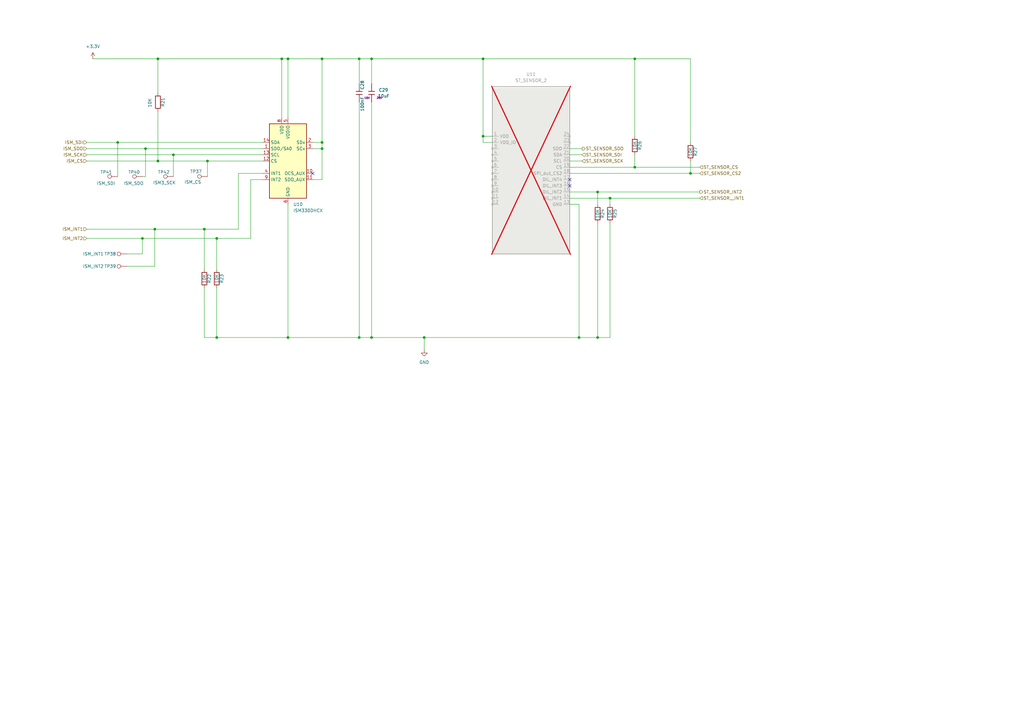
<source format=kicad_sch>
(kicad_sch (version 20250114) (generator "eeschema") (generator_version "9.0")
  (paper "A3")
  (lib_symbols
    (symbol "Connector:TestPoint" (pin_numbers (hide yes)) (pin_names (offset 0.762) (hide yes))
      (property "Reference" "TP" (at 0 6.858 0))
      (property "Value" "TestPoint" (at 0 5.08 0))
      (symbol "TestPoint_0_1"
        (circle (center 0 3.302) (radius 0.762))
      )
      (symbol "TestPoint_1_1"
        (pin passive line (at 0 0 90) (length 2.54) (name "1") (number "1"))
      )
    )
    (symbol "dnt_global:0402,100nF, 16V" (pin_numbers (hide yes)) (pin_names (offset 0))
      (property "Reference" "C" (at 2.032 1.668 0))
      (property "Value" "100nF" (at 2.032 -0.3782 0))
      (property "Voltage Rated" "16V" (at 2.032 -2.0462 0))
      (symbol "0402,100nF, 16V_0_1"
        (polyline (pts (xy -1.27 0.635) (xy 1.27 0.635)) (stroke (width 0.254)))
        (polyline (pts (xy -1.27 -0.635) (xy 1.27 -0.635)) (stroke (width 0.254)))
      )
      (symbol "0402,100nF, 16V_1_1"
        (pin passive line (at 0 3.81 270) (length 3.175) (name "~") (number "1"))
        (pin passive line (at 0 -3.81 90) (length 3.175) (name "~") (number "2"))
      )
    )
    (symbol "dnt_global:0402,10kΩ" (pin_numbers (hide yes)) (pin_names (offset 0))
      (property "Reference" "R" (at 1.778 0 0))
      (property "Value" "10kΩ" (at 0 0 90))
      (symbol "0402,10kΩ_0_1"
        (rectangle (start -1.016 2.54) (end 1.016 -2.54) (stroke (width 0.254)))
      )
      (symbol "0402,10kΩ_1_1"
        (pin passive line (at 0 3.81 270) (length 1.27) (name "~") (number "1"))
        (pin passive line (at 0 -3.81 90) (length 1.27) (name "~") (number "2"))
      )
    )
    (symbol "dnt_global:0603,10uF,_25V" (pin_numbers (hide yes)) (pin_names (offset 0))
      (property "Reference" "C" (at 2.032 1.668 0))
      (property "Value" "10uF" (at 2.032 -0.3782 0))
      (property "Voltage Rated" "25V" (at 2.032 -2.0462 0))
      (symbol "0603,10uF,_25V_0_1"
        (polyline (pts (xy -1.27 0.635) (xy 1.27 0.635)) (stroke (width 0.254)))
        (polyline (pts (xy -1.27 -0.635) (xy 1.27 -0.635)) (stroke (width 0.254)))
      )
      (symbol "0603,10uF,_25V_1_1"
        (pin passive line (at 0 3.81 270) (length 3.175) (name "~") (number "1"))
        (pin passive line (at 0 -3.81 90) (length 3.175) (name "~") (number "2"))
      )
    )
    (symbol "dnt_global:ISM330DHCX"
      (property "Reference" "U" (at 5.842 -16.51 0))
      (property "Value" "ISM330DHCX" (at 5.842 -18.542 0))
      (symbol "ISM330DHCX_0_1"
        (rectangle (start -7.62 15.24) (end 7.62 -15.24) (stroke (width 0.254)) (fill (type background)))
      )
      (symbol "ISM330DHCX_1_1"
        (pin bidirectional line (at -10.16 7.62 0) (length 2.54) (name "SDA") (number "14"))
        (pin output line (at -10.16 5.08 0) (length 2.54) (name "SDO/SA0") (number "1"))
        (pin input line (at -10.16 2.54 0) (length 2.54) (name "SCL") (number "13"))
        (pin input line (at -10.16 0 0) (length 2.54) (name "CS") (number "12"))
        (pin output line (at -10.16 -5.08 0) (length 2.54) (name "INT1") (number "4"))
        (pin output line (at -10.16 -7.62 0) (length 2.54) (name "INT2") (number "9"))
        (pin power_in line (at -2.54 17.78 270) (length 2.54) (name "VDD") (number "8"))
        (pin power_in line (at 0 17.78 270) (length 2.54) (name "VDDIO") (number "5"))
        (pin power_in line (at 0 -17.78 90) (length 2.54) (name "GND") (number "6"))
        (pin passive line (at 0 -17.78 90) (length 2.54) (hide yes) (name "GND") (number "7"))
        (pin bidirectional line (at 10.16 7.62 180) (length 2.54) (name "SDx") (number "2"))
        (pin input line (at 10.16 5.08 180) (length 2.54) (name "SCx") (number "3"))
        (pin passive line (at 10.16 -5.08 180) (length 2.54) (name "OCS_AUX") (number "10"))
        (pin passive line (at 10.16 -7.62 180) (length 2.54) (name "SDO_AUX") (number "11"))
      )
    )
    (symbol "dnt_global:ST_SENSOR_2"
      (property "Reference" "U4" (at -8.255 12.7 0))
      (property "Value" "ST_SENSOR_2" (at -8.255 10.16 0))
      (symbol "ST_SENSOR_2_1_1"
        (rectangle (start -24.13 7.62) (end 7.62 -60.96) (stroke (width 0.254)) (fill (type background)))
        (pin power_in line (at -24.13 -12.7 0) (length 2.54) (name "VDD") (number "1"))
        (pin power_in line (at -24.13 -15.24 0) (length 2.54) (name "VDD_IO") (number "2"))
        (pin no_connect line (at -24.13 -17.78 0) (length 2.54) (name "") (number "3"))
        (pin no_connect line (at -24.13 -20.32 0) (length 2.54) (name "") (number "4"))
        (pin no_connect line (at -24.13 -22.86 0) (length 2.54) (name "") (number "5"))
        (pin no_connect line (at -24.13 -25.4 0) (length 2.54) (name "") (number "6"))
        (pin no_connect line (at -24.13 -27.94 0) (length 2.54) (name "") (number "7"))
        (pin no_connect line (at -24.13 -30.48 0) (length 2.54) (name "") (number "8"))
        (pin no_connect line (at -24.13 -33.02 0) (length 2.54) (name "") (number "9"))
        (pin no_connect line (at -24.13 -35.56 0) (length 2.54) (name "") (number "10"))
        (pin no_connect line (at -24.13 -38.1 0) (length 2.54) (name "") (number "11"))
        (pin no_connect line (at -24.13 -40.64 0) (length 2.54) (name "") (number "12"))
        (pin no_connect line (at 7.62 -12.7 180) (length 2.54) (name "") (number "24"))
        (pin no_connect line (at 7.62 -15.24 180) (length 2.54) (name "") (number "23"))
        (pin output line (at 7.62 -17.78 180) (length 2.54) (name "SDO") (number "22"))
        (pin input line (at 7.62 -20.32 180) (length 2.54) (name "SDA") (number "21"))
        (pin input line (at 7.62 -22.86 180) (length 2.54) (name "SCL") (number "20"))
        (pin input line (at 7.62 -25.4 180) (length 2.54) (name "CS") (number "19"))
        (pin input line (at 7.62 -27.94 180) (length 2.54) (name "SPI_dut_CS2") (number "18"))
        (pin output line (at 7.62 -30.48 180) (length 2.54) (name "DIL_INT4") (number "17"))
        (pin output line (at 7.62 -33.02 180) (length 2.54) (name "DIL_INT3") (number "16"))
        (pin output line (at 7.62 -35.56 180) (length 2.54) (name "DIL_INT2") (number "15"))
        (pin output line (at 7.62 -38.1 180) (length 2.54) (name "DIL_INT1") (number "14"))
        (pin power_in line (at 7.62 -40.64 180) (length 2.54) (name "GND") (number "13"))
      )
    )
    (symbol "power:+3.3V" (power) (pin_numbers (hide yes)) (pin_names (offset 0) (hide yes))
      (property "Value" "+3.3V" (at 0 3.556 0))
      (symbol "+3.3V_0_1"
        (polyline (pts (xy -0.762 1.27) (xy 0 2.54)))
        (polyline (pts (xy 0 2.54) (xy 0.762 1.27)))
        (polyline (pts (xy 0 0) (xy 0 2.54)))
      )
      (symbol "+3.3V_1_1"
        (pin power_in line (at 0 0 90) (length 0) (name "~") (number "1"))
      )
    )
    (symbol "power:GND" (power) (pin_numbers (hide yes)) (pin_names (offset 0) (hide yes))
      (property "Value" "GND" (at 0 -3.81 0))
      (symbol "GND_0_1"
        (polyline (pts (xy 0 0) (xy 0 -1.27) (xy 1.27 -1.27) (xy 0 -2.54) (xy -1.27 -1.27) (xy 0 -1.27)))
      )
      (symbol "GND_1_1"
        (pin power_in line (at 0 0 270) (length 0) (name "~") (number "1"))
      )
    )
  )
  (junction (at 132.08 58.42))
  (junction (at 147.32 138.43))
  (junction (at 245.11 138.43))
  (junction (at 260.35 68.58))
  (junction (at 71.12 63.5))
  (junction (at 118.11 138.43))
  (junction (at 245.11 78.74))
  (junction (at 58.42 97.79))
  (junction (at 48.26 58.42))
  (junction (at 237.49 138.43))
  (junction (at 132.08 24.13))
  (junction (at 115.57 24.13))
  (junction (at 85.09 66.04))
  (junction (at 283.21 71.12))
  (junction (at 173.99 138.43))
  (junction (at 88.9 97.79))
  (junction (at 260.35 24.13))
  (junction (at 63.5 93.98))
  (junction (at 132.08 60.96))
  (junction (at 198.12 55.88))
  (junction (at 64.77 24.13))
  (junction (at 250.19 81.28))
  (junction (at 152.4 24.13))
  (junction (at 198.12 24.13))
  (junction (at 83.82 93.98))
  (junction (at 152.4 138.43))
  (junction (at 147.32 24.13))
  (junction (at 64.77 66.04))
  (junction (at 59.69 60.96))
  (junction (at 118.11 24.13))
  (junction (at 88.9 138.43))
  (no_connect (at 233.68 76.2))
  (no_connect (at 128.27 71.12))
  (no_connect (at 233.68 73.66))
  (wire (pts (xy 64.77 45.72) (xy 64.77 66.04)))
  (wire (pts (xy 115.57 24.13) (xy 115.57 48.26)))
  (wire (pts (xy 132.08 24.13) (xy 147.32 24.13)))
  (wire (pts (xy 260.35 24.13) (xy 283.21 24.13)))
  (wire (pts (xy 64.77 24.13) (xy 115.57 24.13)))
  (wire (pts (xy 102.87 73.66) (xy 102.87 97.79)))
  (wire (pts (xy 128.27 58.42) (xy 132.08 58.42)))
  (wire (pts (xy 97.79 71.12) (xy 97.79 93.98)))
  (wire (pts (xy 198.12 55.88) (xy 201.93 55.88)))
  (wire (pts (xy 52.07 109.22) (xy 63.5 109.22)))
  (wire (pts (xy 107.95 73.66) (xy 102.87 73.66)))
  (wire (pts (xy 102.87 97.79) (xy 88.9 97.79)))
  (wire (pts (xy 35.56 58.42) (xy 48.26 58.42)))
  (wire (pts (xy 118.11 24.13) (xy 118.11 48.26)))
  (wire (pts (xy 147.32 24.13) (xy 147.32 34.29)))
  (wire (pts (xy 83.82 93.98) (xy 83.82 110.49)))
  (wire (pts (xy 59.69 72.39) (xy 59.69 60.96)))
  (wire (pts (xy 245.11 78.74) (xy 245.11 83.82)))
  (wire (pts (xy 59.69 60.96) (xy 107.95 60.96)))
  (wire (pts (xy 132.08 60.96) (xy 132.08 58.42)))
  (wire (pts (xy 63.5 109.22) (xy 63.5 93.98)))
  (wire (pts (xy 38.1 24.13) (xy 64.77 24.13)))
  (wire (pts (xy 283.21 58.42) (xy 283.21 24.13)))
  (wire (pts (xy 63.5 93.98) (xy 35.56 93.98)))
  (wire (pts (xy 250.19 91.44) (xy 250.19 138.43)))
  (wire (pts (xy 88.9 97.79) (xy 58.42 97.79)))
  (wire (pts (xy 64.77 66.04) (xy 85.09 66.04)))
  (wire (pts (xy 88.9 97.79) (xy 88.9 110.49)))
  (wire (pts (xy 152.4 138.43) (xy 173.99 138.43)))
  (wire (pts (xy 58.42 72.39) (xy 59.69 72.39)))
  (wire (pts (xy 107.95 71.12) (xy 97.79 71.12)))
  (wire (pts (xy 237.49 83.82) (xy 237.49 138.43)))
  (wire (pts (xy 250.19 81.28) (xy 250.19 83.82)))
  (wire (pts (xy 198.12 58.42) (xy 201.93 58.42)))
  (wire (pts (xy 152.4 24.13) (xy 152.4 34.29)))
  (wire (pts (xy 233.68 63.5) (xy 238.76 63.5)))
  (wire (pts (xy 198.12 24.13) (xy 260.35 24.13)))
  (wire (pts (xy 245.11 91.44) (xy 245.11 138.43)))
  (wire (pts (xy 237.49 138.43) (xy 245.11 138.43)))
  (wire (pts (xy 198.12 55.88) (xy 198.12 58.42)))
  (wire (pts (xy 85.09 66.04) (xy 85.09 72.39)))
  (wire (pts (xy 128.27 60.96) (xy 132.08 60.96)))
  (wire (pts (xy 128.27 73.66) (xy 132.08 73.66)))
  (wire (pts (xy 233.68 78.74) (xy 245.11 78.74)))
  (wire (pts (xy 283.21 71.12) (xy 287.02 71.12)))
  (wire (pts (xy 283.21 66.04) (xy 283.21 71.12)))
  (wire (pts (xy 233.68 68.58) (xy 260.35 68.58)))
  (wire (pts (xy 115.57 24.13) (xy 118.11 24.13)))
  (wire (pts (xy 58.42 104.14) (xy 58.42 97.79)))
  (wire (pts (xy 147.32 138.43) (xy 152.4 138.43)))
  (wire (pts (xy 173.99 138.43) (xy 173.99 143.51)))
  (wire (pts (xy 147.32 24.13) (xy 152.4 24.13)))
  (wire (pts (xy 233.68 71.12) (xy 283.21 71.12)))
  (wire (pts (xy 88.9 138.43) (xy 88.9 118.11)))
  (wire (pts (xy 88.9 138.43) (xy 118.11 138.43)))
  (wire (pts (xy 71.12 63.5) (xy 107.95 63.5)))
  (wire (pts (xy 245.11 78.74) (xy 287.02 78.74)))
  (wire (pts (xy 118.11 24.13) (xy 132.08 24.13)))
  (wire (pts (xy 35.56 66.04) (xy 64.77 66.04)))
  (wire (pts (xy 260.35 63.5) (xy 260.35 68.58)))
  (wire (pts (xy 35.56 60.96) (xy 59.69 60.96)))
  (wire (pts (xy 147.32 41.91) (xy 147.32 138.43)))
  (wire (pts (xy 237.49 83.82) (xy 233.68 83.82)))
  (wire (pts (xy 52.07 104.14) (xy 58.42 104.14)))
  (wire (pts (xy 48.26 58.42) (xy 107.95 58.42)))
  (wire (pts (xy 83.82 93.98) (xy 63.5 93.98)))
  (wire (pts (xy 71.12 63.5) (xy 71.12 72.39)))
  (wire (pts (xy 58.42 97.79) (xy 35.56 97.79)))
  (wire (pts (xy 118.11 138.43) (xy 147.32 138.43)))
  (wire (pts (xy 64.77 24.13) (xy 64.77 38.1)))
  (wire (pts (xy 97.79 93.98) (xy 83.82 93.98)))
  (wire (pts (xy 83.82 118.11) (xy 83.82 138.43)))
  (wire (pts (xy 83.82 138.43) (xy 88.9 138.43)))
  (wire (pts (xy 260.35 68.58) (xy 287.02 68.58)))
  (wire (pts (xy 35.56 63.5) (xy 71.12 63.5)))
  (wire (pts (xy 48.26 58.42) (xy 48.26 72.39)))
  (wire (pts (xy 233.68 81.28) (xy 250.19 81.28)))
  (wire (pts (xy 198.12 24.13) (xy 198.12 55.88)))
  (wire (pts (xy 250.19 81.28) (xy 287.02 81.28)))
  (wire (pts (xy 245.11 138.43) (xy 250.19 138.43)))
  (wire (pts (xy 132.08 58.42) (xy 132.08 24.13)))
  (wire (pts (xy 173.99 138.43) (xy 237.49 138.43)))
  (wire (pts (xy 233.68 66.04) (xy 238.76 66.04)))
  (wire (pts (xy 233.68 60.96) (xy 238.76 60.96)))
  (wire (pts (xy 85.09 66.04) (xy 107.95 66.04)))
  (wire (pts (xy 118.11 83.82) (xy 118.11 138.43)))
  (wire (pts (xy 132.08 73.66) (xy 132.08 60.96)))
  (wire (pts (xy 152.4 24.13) (xy 198.12 24.13)))
  (wire (pts (xy 152.4 41.91) (xy 152.4 138.43)))
  (wire (pts (xy 260.35 55.88) (xy 260.35 24.13)))
  (hierarchical_label "ISM_SDO" (shape input) (at 35.56 60.96 180))
  (hierarchical_label "ISM_INT1" (shape input) (at 35.56 93.98 180))
  (hierarchical_label "ST_SENSOR_CS" (shape input) (at 287.02 68.58 0))
  (hierarchical_label "ISM_SCK" (shape input) (at 35.56 63.5 180))
  (hierarchical_label "ST_SENSOR_CS2" (shape input) (at 287.02 71.12 0))
  (hierarchical_label "ISM_INT2" (shape input) (at 35.56 97.79 180))
  (hierarchical_label "ST_SENSOR_INT2" (shape output) (at 287.02 78.74 0))
  (hierarchical_label "ST_SENSOR_SDI" (shape input) (at 238.76 63.5 0))
  (hierarchical_label "ST_SENSOR__INT1" (shape input) (at 287.02 81.28 0))
  (hierarchical_label "ISM_SDI" (shape input) (at 35.56 58.42 180))
  (hierarchical_label "ST_SENSOR_SDO" (shape output) (at 238.76 60.96 0))
  (hierarchical_label "ISM_CS" (shape input) (at 35.56 66.04 180))
  (hierarchical_label "ST_SENSOR_SCK" (shape input) (at 238.76 66.04 0))
  (symbol (lib_id "dnt_global:0402,10kΩ") (at 88.9 114.3 0) (mirror x) (unit 1)
    (property "Reference" "R23" (at 90.932 114.3 90))
    (property "Value" "10K" (at 88.9 114.3 90))
    (property "Footprint" "dnt:R_0402_1005Metric" (effects (hide yes)))
    (property "Datasheet" "https://www.lcsc.com/datasheet/lcsc_datasheet_2411221126_UNI-ROYAL-Uniroyal-Elec-0402WGF1002TCE_C25744.pdf" (effects (hide yes)))
    (property "Description" "62.5mW Thick Film Resistors 50V ±100ppm/°C ±1% 10kΩ 0402 Chip Resistor - Surface Mount ROHS" (effects (hide yes)))
    (property "Manufacturer" "UNI-ROYAL(Uniroyal Elec)" (effects (hide yes)))
    (property "LCSC" "C25744" (effects (hide yes)))
    (property "Stock" "24372091" (effects (hide yes)))
    (property "Price" "0.004USD" (effects (hide yes)))
    (property "Process" "SMT" (effects (hide yes)))
    (property "Minimum Qty" "20" (effects (hide yes)))
    (property "Attrition Qty" "10" (effects (hide yes)))
    (property "Class" "Basic Component" (effects (hide yes)))
    (property "Category" "Resistors,Chip Resistor - Surface Mount" (effects (hide yes)))
    (property "Part" "0402WGF1002TCE" (effects (hide yes)))
    (property "Resistance" "10kΩ" (effects (hide yes)))
    (property "Power(Watts)" "62.5mW" (effects (hide yes)))
    (property "Type" "Thick Film Resistors" (effects (hide yes)))
    (property "Overload Voltage (Max)" "50V" (effects (hide yes)))
    (property "Operating Temperature Range" "-55°C~+155°C" (effects (hide yes)))
    (property "Tolerance" "±1%" (effects (hide yes)))
    (property "Temperature Coefficient" "±100ppm/°C" (effects (hide yes)))
  )
  (symbol (lib_id "Connector:TestPoint") (at 52.07 109.22 90) (unit 1) (in_bom no)
    (property "Reference" "TP39" (at 47.625 109.22 90) (effects (justify left)))
    (property "Value" "ISM_INT2" (at 42.545 109.22 90) (effects (justify left)))
    (property "Footprint" "dnt:TestPoint_Pad_D1.0mm FP .6R" (effects (hide yes)))
    (property "Description" "test point" (effects (hide yes)))
  )
  (symbol (lib_id "dnt_global:0402,10kΩ") (at 83.82 114.3 0) (mirror x) (unit 1)
    (property "Reference" "R22" (at 85.852 114.3 90))
    (property "Value" "10K" (at 83.82 114.3 90))
    (property "Footprint" "dnt:R_0402_1005Metric" (effects (hide yes)))
    (property "Datasheet" "https://www.lcsc.com/datasheet/lcsc_datasheet_2411221126_UNI-ROYAL-Uniroyal-Elec-0402WGF1002TCE_C25744.pdf" (effects (hide yes)))
    (property "Description" "62.5mW Thick Film Resistors 50V ±100ppm/°C ±1% 10kΩ 0402 Chip Resistor - Surface Mount ROHS" (effects (hide yes)))
    (property "Manufacturer" "UNI-ROYAL(Uniroyal Elec)" (effects (hide yes)))
    (property "LCSC" "C25744" (effects (hide yes)))
    (property "Stock" "24372091" (effects (hide yes)))
    (property "Price" "0.004USD" (effects (hide yes)))
    (property "Process" "SMT" (effects (hide yes)))
    (property "Minimum Qty" "20" (effects (hide yes)))
    (property "Attrition Qty" "10" (effects (hide yes)))
    (property "Class" "Basic Component" (effects (hide yes)))
    (property "Category" "Resistors,Chip Resistor - Surface Mount" (effects (hide yes)))
    (property "Part" "0402WGF1002TCE" (effects (hide yes)))
    (property "Resistance" "10kΩ" (effects (hide yes)))
    (property "Power(Watts)" "62.5mW" (effects (hide yes)))
    (property "Type" "Thick Film Resistors" (effects (hide yes)))
    (property "Overload Voltage (Max)" "50V" (effects (hide yes)))
    (property "Operating Temperature Range" "-55°C~+155°C" (effects (hide yes)))
    (property "Tolerance" "±1%" (effects (hide yes)))
    (property "Temperature Coefficient" "±100ppm/°C" (effects (hide yes)))
  )
  (symbol (lib_id "dnt_global:0402,10kΩ") (at 64.77 41.91 0) (mirror x) (unit 1)
    (property "Reference" "R21" (at 66.802 41.91 90))
    (property "Value" "10K" (at 61.468 42.164 90))
    (property "Footprint" "dnt:R_0402_1005Metric" (effects (hide yes)))
    (property "Datasheet" "https://www.lcsc.com/datasheet/lcsc_datasheet_2411221126_UNI-ROYAL-Uniroyal-Elec-0402WGF1002TCE_C25744.pdf" (effects (hide yes)))
    (property "Description" "62.5mW Thick Film Resistors 50V ±100ppm/°C ±1% 10kΩ 0402 Chip Resistor - Surface Mount ROHS" (effects (hide yes)))
    (property "Manufacturer" "UNI-ROYAL(Uniroyal Elec)" (effects (hide yes)))
    (property "LCSC" "C25744" (effects (hide yes)))
    (property "Stock" "24372091" (effects (hide yes)))
    (property "Price" "0.004USD" (effects (hide yes)))
    (property "Process" "SMT" (effects (hide yes)))
    (property "Minimum Qty" "20" (effects (hide yes)))
    (property "Attrition Qty" "10" (effects (hide yes)))
    (property "Class" "Basic Component" (effects (hide yes)))
    (property "Category" "Resistors,Chip Resistor - Surface Mount" (effects (hide yes)))
    (property "Part" "0402WGF1002TCE" (effects (hide yes)))
    (property "Resistance" "10kΩ" (effects (hide yes)))
    (property "Power(Watts)" "62.5mW" (effects (hide yes)))
    (property "Type" "Thick Film Resistors" (effects (hide yes)))
    (property "Overload Voltage (Max)" "50V" (effects (hide yes)))
    (property "Operating Temperature Range" "-55°C~+155°C" (effects (hide yes)))
    (property "Tolerance" "±1%" (effects (hide yes)))
    (property "Temperature Coefficient" "±100ppm/°C" (effects (hide yes)))
  )
  (symbol (lib_id "dnt_global:0402,10kΩ") (at 250.19 87.63 0) (mirror x) (unit 1)
    (property "Reference" "R25" (at 252.222 87.63 90))
    (property "Value" "10K" (at 250.19 87.63 90))
    (property "Footprint" "dnt:R_0402_1005Metric" (effects (hide yes)))
    (property "Datasheet" "https://www.lcsc.com/datasheet/lcsc_datasheet_2411221126_UNI-ROYAL-Uniroyal-Elec-0402WGF1002TCE_C25744.pdf" (effects (hide yes)))
    (property "Description" "62.5mW Thick Film Resistors 50V ±100ppm/°C ±1% 10kΩ 0402 Chip Resistor - Surface Mount ROHS" (effects (hide yes)))
    (property "Manufacturer" "UNI-ROYAL(Uniroyal Elec)" (effects (hide yes)))
    (property "LCSC" "C25744" (effects (hide yes)))
    (property "Stock" "24372091" (effects (hide yes)))
    (property "Price" "0.004USD" (effects (hide yes)))
    (property "Process" "SMT" (effects (hide yes)))
    (property "Minimum Qty" "20" (effects (hide yes)))
    (property "Attrition Qty" "10" (effects (hide yes)))
    (property "Class" "Basic Component" (effects (hide yes)))
    (property "Category" "Resistors,Chip Resistor - Surface Mount" (effects (hide yes)))
    (property "Part" "0402WGF1002TCE" (effects (hide yes)))
    (property "Resistance" "10kΩ" (effects (hide yes)))
    (property "Power(Watts)" "62.5mW" (effects (hide yes)))
    (property "Type" "Thick Film Resistors" (effects (hide yes)))
    (property "Overload Voltage (Max)" "50V" (effects (hide yes)))
    (property "Operating Temperature Range" "-55°C~+155°C" (effects (hide yes)))
    (property "Tolerance" "±1%" (effects (hide yes)))
    (property "Temperature Coefficient" "±100ppm/°C" (effects (hide yes)))
  )
  (symbol (lib_id "power:+3.3V") (at 38.1 24.13 0) (unit 1)
    (property "Reference" "#PWR045" (effects (hide yes)))
    (property "Value" "+3.3V" (at 38.1 19.05 0))
    (property "Description" "Power symbol creates a global label with name \"+3.3V\"" (effects (hide yes)))
  )
  (symbol (lib_id "dnt_global:ISM330DHCX") (at 118.11 66.04 0) (unit 1)
    (property "Reference" "U10" (at 120.2533 83.82 0) (effects (justify left)))
    (property "Value" "ISM330DHCX" (at 120.2533 86.36 0) (effects (justify left)))
    (property "Footprint" "Package_LGA:LGA-14_3x2.5mm_P0.5mm_LayoutBorder3x4y" (effects (hide yes)))
    (property "Datasheet" "https://www.st.com/resource/en/datasheet/ism330dhcx.pdf" (effects (hide yes)))
    (property "Description" "iNEMO inertial module with embedded Machine Learning Core: always-on 3D accelerometer and 3D gyroscope with digital output for industrial applications, LGA-14" (effects (hide yes)))
    (property "LCSC" " C2655101" (effects (hide yes)))
    (property "JLCPCB Rotation Offset" "180" (effects (hide yes)))
  )
  (symbol (lib_id "power:GND") (at 173.99 143.51 0) (unit 1)
    (property "Reference" "#PWR046" (effects (hide yes)))
    (property "Value" "GND" (at 173.99 148.59 0))
    (property "Description" "Power symbol creates a global label with name \"GND\" , ground" (effects (hide yes)))
  )
  (symbol (lib_id "dnt_global:ST_SENSOR_2") (at 226.06 43.18 0) (unit 1) (dnp yes)
    (property "Reference" "U11" (at 217.805 30.48 0))
    (property "Value" "ST_SENSOR_2" (at 217.805 33.02 0))
    (property "Footprint" "dnt:DIP-24_W15.24mm_Socket- nox" (effects (hide yes)))
    (property "Description" "Socket for STEVAL boards" (effects (hide yes)))
  )
  (symbol (lib_id "dnt_global:0603,10uF,_25V") (at 152.4 38.1 0) (unit 1)
    (property "Reference" "C29" (at 155.321 36.9316 0) (effects (justify left)))
    (property "Value" "10uF" (at 154.94 39.37 0) (effects (justify left)))
    (property "Footprint" "dnt:C_0603_1608Metric" (effects (hide yes)))
    (property "Datasheet" "https://www.lcsc.com/datasheet/lcsc_datasheet_2304140030_Samsung-Electro-Mechanics-CL10A106MA8NRNC_C96446.pdf" (effects (hide yes)))
    (property "Description" "25V 10uF X5R ±20% 0603 Multilayer Ceramic Capacitors MLCC - SMD/SMT ROHS" (effects (hide yes)))
    (property "LCSC" "C96446" (effects (hide yes)))
    (property "Stock" "3388297" (effects (hide yes)))
    (property "Price" "0.021USD" (effects (hide yes)))
    (property "Process" "SMT" (effects (hide yes)))
    (property "Minimum Qty" "20" (effects (hide yes)))
    (property "Attrition Qty" "8" (effects (hide yes)))
    (property "Class" "Basic Component" (effects (hide yes)))
    (property "Category" "Capacitors,Multilayer Ceramic Capacitors MLCC - SMD/SMT" (effects (hide yes)))
    (property "Manufacturer" "Samsung Electro-Mechanics" (effects (hide yes)))
    (property "Part" "CL10A106MA8NRNC" (effects (hide yes)))
    (property "Voltage Rated" "25V" (at 154.432 40.1462 0) (effects (font (size 0.8 0.8)) (justify left)))
    (property "Tolerance" "±20%" (effects (hide yes)))
    (property "Capacitance" "10uF" (effects (hide yes)))
    (property "Temperature Coefficient" "X5R" (effects (hide yes)))
  )
  (symbol (lib_id "dnt_global:0402,10kΩ") (at 245.11 87.63 0) (mirror x) (unit 1)
    (property "Reference" "R24" (at 247.142 87.63 90))
    (property "Value" "10K" (at 245.11 87.63 90))
    (property "Footprint" "dnt:R_0402_1005Metric" (effects (hide yes)))
    (property "Datasheet" "https://www.lcsc.com/datasheet/lcsc_datasheet_2411221126_UNI-ROYAL-Uniroyal-Elec-0402WGF1002TCE_C25744.pdf" (effects (hide yes)))
    (property "Description" "62.5mW Thick Film Resistors 50V ±100ppm/°C ±1% 10kΩ 0402 Chip Resistor - Surface Mount ROHS" (effects (hide yes)))
    (property "Manufacturer" "UNI-ROYAL(Uniroyal Elec)" (effects (hide yes)))
    (property "LCSC" "C25744" (effects (hide yes)))
    (property "Stock" "24372091" (effects (hide yes)))
    (property "Price" "0.004USD" (effects (hide yes)))
    (property "Process" "SMT" (effects (hide yes)))
    (property "Minimum Qty" "20" (effects (hide yes)))
    (property "Attrition Qty" "10" (effects (hide yes)))
    (property "Class" "Basic Component" (effects (hide yes)))
    (property "Category" "Resistors,Chip Resistor - Surface Mount" (effects (hide yes)))
    (property "Part" "0402WGF1002TCE" (effects (hide yes)))
    (property "Resistance" "10kΩ" (effects (hide yes)))
    (property "Power(Watts)" "62.5mW" (effects (hide yes)))
    (property "Type" "Thick Film Resistors" (effects (hide yes)))
    (property "Overload Voltage (Max)" "50V" (effects (hide yes)))
    (property "Operating Temperature Range" "-55°C~+155°C" (effects (hide yes)))
    (property "Tolerance" "±1%" (effects (hide yes)))
    (property "Temperature Coefficient" "±100ppm/°C" (effects (hide yes)))
  )
  (symbol (lib_id "dnt_global:0402,10kΩ") (at 283.21 62.23 0) (mirror x) (unit 1)
    (property "Reference" "R27" (at 285.242 62.23 90))
    (property "Value" "10K" (at 283.21 62.23 90))
    (property "Footprint" "dnt:R_0402_1005Metric" (effects (hide yes)))
    (property "Datasheet" "https://www.lcsc.com/datasheet/lcsc_datasheet_2411221126_UNI-ROYAL-Uniroyal-Elec-0402WGF1002TCE_C25744.pdf" (effects (hide yes)))
    (property "Description" "62.5mW Thick Film Resistors 50V ±100ppm/°C ±1% 10kΩ 0402 Chip Resistor - Surface Mount ROHS" (effects (hide yes)))
    (property "Manufacturer" "UNI-ROYAL(Uniroyal Elec)" (effects (hide yes)))
    (property "LCSC" "C25744" (effects (hide yes)))
    (property "Stock" "24372091" (effects (hide yes)))
    (property "Price" "0.004USD" (effects (hide yes)))
    (property "Process" "SMT" (effects (hide yes)))
    (property "Minimum Qty" "20" (effects (hide yes)))
    (property "Attrition Qty" "10" (effects (hide yes)))
    (property "Class" "Basic Component" (effects (hide yes)))
    (property "Category" "Resistors,Chip Resistor - Surface Mount" (effects (hide yes)))
    (property "Part" "0402WGF1002TCE" (effects (hide yes)))
    (property "Resistance" "10kΩ" (effects (hide yes)))
    (property "Power(Watts)" "62.5mW" (effects (hide yes)))
    (property "Type" "Thick Film Resistors" (effects (hide yes)))
    (property "Overload Voltage (Max)" "50V" (effects (hide yes)))
    (property "Operating Temperature Range" "-55°C~+155°C" (effects (hide yes)))
    (property "Tolerance" "±1%" (effects (hide yes)))
    (property "Temperature Coefficient" "±100ppm/°C" (effects (hide yes)))
  )
  (symbol (lib_id "dnt_global:0402,10kΩ") (at 260.35 59.69 0) (mirror x) (unit 1)
    (property "Reference" "R26" (at 262.382 59.69 90))
    (property "Value" "10K" (at 260.35 59.69 90))
    (property "Footprint" "dnt:R_0402_1005Metric" (effects (hide yes)))
    (property "Datasheet" "https://www.lcsc.com/datasheet/lcsc_datasheet_2411221126_UNI-ROYAL-Uniroyal-Elec-0402WGF1002TCE_C25744.pdf" (effects (hide yes)))
    (property "Description" "62.5mW Thick Film Resistors 50V ±100ppm/°C ±1% 10kΩ 0402 Chip Resistor - Surface Mount ROHS" (effects (hide yes)))
    (property "Manufacturer" "UNI-ROYAL(Uniroyal Elec)" (effects (hide yes)))
    (property "LCSC" "C25744" (effects (hide yes)))
    (property "Stock" "24372091" (effects (hide yes)))
    (property "Price" "0.004USD" (effects (hide yes)))
    (property "Process" "SMT" (effects (hide yes)))
    (property "Minimum Qty" "20" (effects (hide yes)))
    (property "Attrition Qty" "10" (effects (hide yes)))
    (property "Class" "Basic Component" (effects (hide yes)))
    (property "Category" "Resistors,Chip Resistor - Surface Mount" (effects (hide yes)))
    (property "Part" "0402WGF1002TCE" (effects (hide yes)))
    (property "Resistance" "10kΩ" (effects (hide yes)))
    (property "Power(Watts)" "62.5mW" (effects (hide yes)))
    (property "Type" "Thick Film Resistors" (effects (hide yes)))
    (property "Overload Voltage (Max)" "50V" (effects (hide yes)))
    (property "Operating Temperature Range" "-55°C~+155°C" (effects (hide yes)))
    (property "Tolerance" "±1%" (effects (hide yes)))
    (property "Temperature Coefficient" "±100ppm/°C" (effects (hide yes)))
  )
  (symbol (lib_id "Connector:TestPoint") (at 85.09 72.39 90) (unit 1) (in_bom no)
    (property "Reference" "TP37" (at 82.804 70.358 90) (effects (justify left)))
    (property "Value" "ISM_CS" (at 82.55 74.676 90) (effects (justify left)))
    (property "Footprint" "dnt:TestPoint_Pad_D1.0mm FP .6R" (effects (hide yes)))
    (property "Description" "test point" (effects (hide yes)))
    (property "Part #" "DNP" (effects (hide yes)))
    (property "VEND" "DNP" (effects (hide yes)))
    (property "VEND#" "DNP" (effects (hide yes)))
    (property "Manufacturer" "DNP" (effects (hide yes)))
  )
  (symbol (lib_id "Connector:TestPoint") (at 58.42 72.39 90) (unit 1) (in_bom no)
    (property "Reference" "TP40" (at 57.404 70.612 90) (effects (justify left)))
    (property "Value" "ISM_SDO" (at 58.928 75.184 90) (effects (justify left)))
    (property "Footprint" "dnt:TestPoint_Pad_D1.0mm FP .6R" (effects (hide yes)))
    (property "Description" "test point" (effects (hide yes)))
    (property "Part #" "DNP" (effects (hide yes)))
    (property "VEND" "DNP" (effects (hide yes)))
    (property "VEND#" "DNP" (effects (hide yes)))
    (property "Manufacturer" "DNP" (effects (hide yes)))
  )
  (symbol (lib_id "dnt_global:0402,100nF, 16V") (at 147.32 38.1 0) (unit 1)
    (property "Reference" "C28" (at 148.59 36.83 90) (effects (justify left)))
    (property "Value" "100nF" (at 148.59 45.72 90) (effects (justify left)))
    (property "Footprint" "PCM_JLCPCB:C_0402" (effects (hide yes)))
    (property "Datasheet" "https://www.lcsc.com/datasheet/lcsc_datasheet_2304140030_Samsung-Electro-Mechanics-CL05B104KO5NNNC_C1525.pdf" (effects (hide yes)))
    (property "Description" "16V 100nF X7R ±10% 0402 Multilayer Ceramic Capacitors MLCC - SMD/SMT ROHS" (effects (hide yes)))
    (property "LCSC" "C1525" (effects (hide yes)))
    (property "Manufacturer" "Samsung Electro-Mechanics" (effects (hide yes)))
    (property "Stock" "20208285" (effects (hide yes)))
    (property "Price" "0.004USD" (effects (hide yes)))
    (property "Process" "SMT" (effects (hide yes)))
    (property "Minimum Qty" "20" (effects (hide yes)))
    (property "Attrition Qty" "10" (effects (hide yes)))
    (property "Class" "Basic Component" (effects (hide yes)))
    (property "Category" "Capacitors,Multilayer Ceramic Capacitors MLCC - SMD/SMT" (effects (hide yes)))
    (property "Part" "CL05B104KO5NNNC" (effects (hide yes)))
    (property "Voltage Rated" "16V" (at 149.352 40.1462 0) (effects (font (size 0.8 0.8)) (justify left)))
    (property "Tolerance" "±10%" (effects (hide yes)))
    (property "Capacitance" "100nF" (effects (hide yes)))
    (property "Temperature Coefficient" "X7R" (effects (hide yes)))
  )
  (symbol (lib_id "Connector:TestPoint") (at 71.12 72.39 90) (unit 1) (in_bom no)
    (property "Reference" "TP42" (at 69.596 70.612 90) (effects (justify left)))
    (property "Value" "ISM3_SCK" (at 72.136 74.93 90) (effects (justify left)))
    (property "Footprint" "dnt:TestPoint_Pad_D1.0mm FP .6R" (effects (hide yes)))
    (property "Description" "test point" (effects (hide yes)))
    (property "Part #" "DNP" (effects (hide yes)))
    (property "VEND" "DNP" (effects (hide yes)))
    (property "VEND#" "DNP" (effects (hide yes)))
    (property "Manufacturer" "DNP" (effects (hide yes)))
  )
  (symbol (lib_id "Connector:TestPoint") (at 52.07 104.14 90) (unit 1) (in_bom no)
    (property "Reference" "TP38" (at 47.625 104.14 90) (effects (justify left)))
    (property "Value" "ISM_INT1" (at 42.545 104.14 90) (effects (justify left)))
    (property "Footprint" "dnt:TestPoint_Pad_D1.0mm FP .6R" (effects (hide yes)))
    (property "Description" "test point" (effects (hide yes)))
  )
  (symbol (lib_id "Connector:TestPoint") (at 48.26 72.39 90) (unit 1) (in_bom no)
    (property "Reference" "TP41" (at 45.974 70.612 90) (effects (justify left)))
    (property "Value" "ISM_SDI" (at 47.244 75.184 90) (effects (justify left)))
    (property "Footprint" "dnt:TestPoint_Pad_D1.0mm FP .6R" (effects (hide yes)))
    (property "Description" "test point" (effects (hide yes)))
  )
)
</source>
